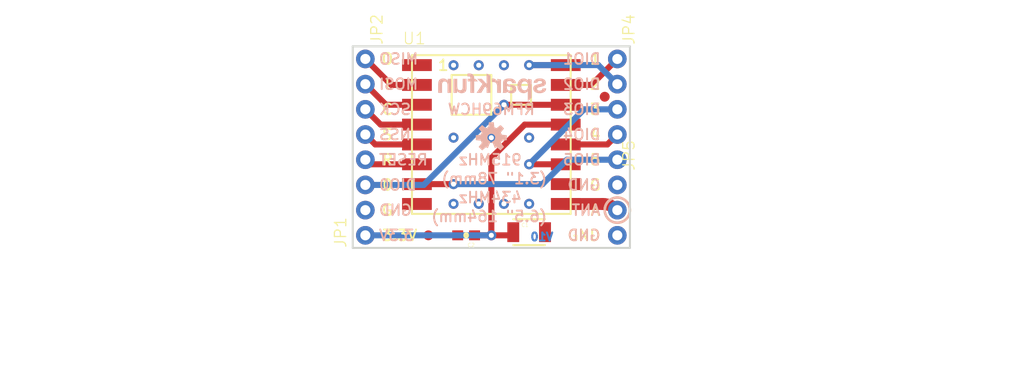
<source format=kicad_pcb>
(kicad_pcb (version 20211014) (generator pcbnew)
  (layers (0 "F.Cu" signal) (31 "B.Cu" signal) (34 "B.Paste" user) (35 "F.Paste" user) (36 "B.SilkS" user "B.Silkscreen") (37 "F.SilkS" user "F.Silkscreen") (38 "B.Mask" user) (39 "F.Mask" user) (44 "Edge.Cuts" user))
  (net 0 "")
  (net 1 "GND")
  (net 2 "3.3V")
  (net 3 "DIO0")
  (net 4 "DIO1")
  (net 5 "DIO2")
  (net 6 "DIO3")
  (net 7 "MISO")
  (net 8 "MOSI")
  (net 9 "SCK")
  (net 10 "NSS")
  (net 11 "RESET")
  (net 12 "ANT")
  (net 13 "DIO5")
  (net 14 "DIO4")
  (footprint "boardEagle:RFM69HCW-XXXS2" (layer "F.Cu") (at 148.5011 103.7336)
    (fp_text reference "U1" (at -9 -9) (layer "F.SilkS") (effects (font (size 1.1684 1.1684) (thickness 0.1016)) (justify left bottom)))
    (fp_text value "RFM69HCW")
    (fp_text user "1" (at -5.485 -6.35) (layer "F.SilkS") (effects (font (size 1.0795 1.0795) (thickness 0.1905)) (justify left bottom)))
    (fp_line (start -8 -8) (end 8 -8) (layer "F.SilkS") (width 0.2032))
    (fp_line (start 0 -6) (end -4 -6) (layer "F.SilkS") (width 0.2032))
    (fp_line (start 0 -2) (end 0 -6) (layer "F.SilkS") (width 0.2032))
    (fp_line (start 4 -3) (end 2 -3) (layer "F.SilkS") (width 0.2032))
    (fp_line (start 8 -8) (end 8 8) (layer "F.SilkS") (width 0.2032))
    (fp_line (start 4 -3) (end 4 -5) (layer "F.SilkS") (width 0.2032))
    (fp_line (start -4 -6) (end -4 -2) (layer "F.SilkS") (width 0.2032))
    (fp_line (start 4 -5) (end 2 -5) (layer "F.SilkS") (width 0.2032))
    (fp_line (start 2 -3) (end 2 -5) (layer "F.SilkS") (width 0.2032))
    (fp_line (start 8 8) (end -8 8) (layer "F.SilkS") (width 0.2032))
    (fp_line (start -8 8) (end -8 -8) (layer "F.SilkS") (width 0.2032))
    (fp_line (start -4 -2) (end 0 -2) (layer "F.SilkS") (width 0.2032))
    (pad "1" smd rect (at -7.5 -7) (size 3 1.2) (layers "F.Cu" "F.Paste" "F.Mask") (net 1 "GND"))
    (pad "2" smd rect (at -7.5 -5) (size 3 1.2) (layers "F.Cu" "F.Paste" "F.Mask") (net 7 "MISO"))
    (pad "3" smd rect (at -7.5 -3) (size 3 1.2) (layers "F.Cu" "F.Paste" "F.Mask") (net 8 "MOSI"))
    (pad "4" smd rect (at -7.5 -1) (size 3 1.2) (layers "F.Cu" "F.Paste" "F.Mask") (net 9 "SCK"))
    (pad "5" smd rect (at -7.5 1) (size 3 1.2) (layers "F.Cu" "F.Paste" "F.Mask") (net 10 "NSS"))
    (pad "6" smd rect (at -7.5 3) (size 3 1.2) (layers "F.Cu" "F.Paste" "F.Mask") (net 11 "RESET"))
    (pad "7" smd rect (at -7.5 5) (size 3 1.2) (layers "F.Cu" "F.Paste" "F.Mask") (net 13 "DIO5"))
    (pad "8" smd rect (at -7.5 7) (size 3 1.2) (layers "F.Cu" "F.Paste" "F.Mask") (net 1 "GND"))
    (pad "9" smd rect (at 7.5 7) (size 3 1.2) (layers "F.Cu" "F.Paste" "F.Mask") (net 12 "ANT"))
    (pad "10" smd rect (at 7.5 5) (size 3 1.2) (layers "F.Cu" "F.Paste" "F.Mask") (net 1 "GND"))
    (pad "11" smd rect (at 7.5 3) (size 3 1.2) (layers "F.Cu" "F.Paste" "F.Mask") (net 6 "DIO3"))
    (pad "12" smd rect (at 7.5 1) (size 3 1.2) (layers "F.Cu" "F.Paste" "F.Mask") (net 14 "DIO4"))
    (pad "13" smd rect (at 7.5 -1) (size 3 1.2) (layers "F.Cu" "F.Paste" "F.Mask") (net 2 "3.3V"))
    (pad "14" smd rect (at 7.5 -3) (size 3 1.2) (layers "F.Cu" "F.Paste" "F.Mask") (net 3 "DIO0"))
    (pad "15" smd rect (at 7.5 -5) (size 3 1.2) (layers "F.Cu" "F.Paste" "F.Mask") (net 4 "DIO1"))
    (pad "16" smd rect (at 7.5 -7) (size 3 1.2) (layers "F.Cu" "F.Paste" "F.Mask") (net 5 "DIO2"))
  )
  (footprint "boardEagle:1210" (layer "F.Cu") (at 152.3111 113.5761)
    (fp_text reference "C1" (at -0.8 -0.5) (layer "F.SilkS") (effects (font (size 0.373888 0.373888) (thickness 0.032512)) (justify left bottom)))
    (fp_text value "10uF")
    (fp_line (start -1.6 -1.3) (end 1.6 -1.3) (layer "F.SilkS") (width 0.2032))
    (fp_line (start -1.6 1.3) (end 1.6 1.3) (layer "F.SilkS") (width 0.2032))
    (pad "1" smd rect (at -1.6 0) (size 1.2 2) (layers "F.Cu" "F.Paste" "F.Mask") (net 2 "3.3V"))
    (pad "2" smd rect (at 1.6 0) (size 1.2 2) (layers "F.Cu" "F.Paste" "F.Mask") (net 1 "GND"))
  )
  (footprint "boardEagle:1X01NS" (layer "F.Cu") (at 135.8011 108.8136)
    (fp_text reference "JP3" hide)
    (fp_text value "" hide)
    (pad "1" thru_hole circle (at 0 0 90) (size 1.8796 1.8796) (drill 1.016) (layers *.Cu *.Mask) (net 3 "DIO0"))
  )
  (footprint "boardEagle:1X03_ROUND_ONLY_NO_SILK" (layer "F.Cu") (at 161.2011 108.8136 -90)
    (fp_text reference "JP5" (at -1.3462 -1.8288 -90) (layer "F.SilkS") (effects (font (size 1.143 1.143) (thickness 0.127)) (justify left bottom)))
    (fp_text value "ANTENNA")
    (pad "1" thru_hole circle (at 0 0) (size 1.8796 1.8796) (drill 1.016) (layers *.Cu *.Mask) (net 1 "GND"))
    (pad "2" thru_hole circle (at 2.54 0) (size 1.8796 1.8796) (drill 1.016) (layers *.Cu *.Mask) (net 12 "ANT"))
    (pad "3" thru_hole circle (at 5.08 0) (size 1.8796 1.8796) (drill 1.016) (layers *.Cu *.Mask) (net 1 "GND"))
  )
  (footprint "boardEagle:1X05_ROUNDONLY_NOSILK" (layer "F.Cu") (at 135.8011 96.1136 -90)
    (fp_text reference "JP2" (at -1.3462 -1.8288 -90) (layer "F.SilkS") (effects (font (size 1.143 1.143) (thickness 0.127)) (justify left bottom)))
    (fp_text value "")
    (pad "1" thru_hole circle (at 0 0) (size 1.8796 1.8796) (drill 1.016) (layers *.Cu *.Mask) (net 7 "MISO"))
    (pad "2" thru_hole circle (at 2.54 0) (size 1.8796 1.8796) (drill 1.016) (layers *.Cu *.Mask) (net 8 "MOSI"))
    (pad "3" thru_hole circle (at 5.08 0) (size 1.8796 1.8796) (drill 1.016) (layers *.Cu *.Mask) (net 9 "SCK"))
    (pad "4" thru_hole circle (at 7.62 0) (size 1.8796 1.8796) (drill 1.016) (layers *.Cu *.Mask) (net 10 "NSS"))
    (pad "5" thru_hole circle (at 10.16 0) (size 1.8796 1.8796) (drill 1.016) (layers *.Cu *.Mask) (net 11 "RESET"))
  )
  (footprint "boardEagle:1X02_NO_SILK" (layer "F.Cu") (at 135.8011 113.8936 90)
    (fp_text reference "JP1" (at -1.3462 -1.8288 90) (layer "F.SilkS") (effects (font (size 1.143 1.143) (thickness 0.127)) (justify left bottom)))
    (fp_text value "")
    (pad "1" thru_hole circle (at 0 0 180) (size 1.8796 1.8796) (drill 1.016) (layers *.Cu *.Mask) (net 2 "3.3V"))
    (pad "2" thru_hole circle (at 2.54 0 180) (size 1.8796 1.8796) (drill 1.016) (layers *.Cu *.Mask) (net 1 "GND"))
  )
  (footprint "boardEagle:CREATIVE_COMMONS" (layer "F.Cu") (at 119.2911 127.8636)
    (fp_text reference "FRAME1" hide)
    (fp_text value "FRAME-LETTER" hide)
  )
  (footprint "boardEagle:FIDUCIAL-1X2" (layer "F.Cu") (at 142.1511 113.8936)
    (fp_text reference "FID1" hide)
    (fp_text value "FIDUCIAL1X2" hide)
    (pad "1" smd roundrect (at 0 0) (size 1 1) (layers "F.Cu" "F.Mask") (roundrect_rratio 0.5))
  )
  (footprint "boardEagle:FIDUCIAL-1X2" (layer "F.Cu") (at 159.9311 99.9236)
    (fp_text reference "FID2" hide)
    (fp_text value "FIDUCIAL1X2" hide)
    (pad "1" smd roundrect (at 0 0) (size 1 1) (layers "F.Cu" "F.Mask") (roundrect_rratio 0.5))
  )
  (footprint "boardEagle:1X05_ROUNDONLY_NOSILK" (layer "F.Cu") (at 161.2011 96.1136 -90)
    (fp_text reference "JP4" (at -1.3462 -1.8288 -90) (layer "F.SilkS") (effects (font (size 1.143 1.143) (thickness 0.127)) (justify left bottom)))
    (fp_text value "")
    (pad "1" thru_hole circle (at 0 0) (size 1.8796 1.8796) (drill 1.016) (layers *.Cu *.Mask) (net 4 "DIO1"))
    (pad "2" thru_hole circle (at 2.54 0) (size 1.8796 1.8796) (drill 1.016) (layers *.Cu *.Mask) (net 5 "DIO2"))
    (pad "3" thru_hole circle (at 5.08 0) (size 1.8796 1.8796) (drill 1.016) (layers *.Cu *.Mask) (net 6 "DIO3"))
    (pad "4" thru_hole circle (at 7.62 0) (size 1.8796 1.8796) (drill 1.016) (layers *.Cu *.Mask) (net 14 "DIO4"))
    (pad "5" thru_hole circle (at 10.16 0) (size 1.8796 1.8796) (drill 1.016) (layers *.Cu *.Mask) (net 13 "DIO5"))
  )
  (footprint "boardEagle:0603-CAP" (layer "F.Cu") (at 145.9611 113.8936 180)
    (fp_text reference "C2" (at -0.889 -0.762 180) (layer "F.SilkS") (effects (font (size 0.373888 0.373888) (thickness 0.032512)) (justify right top)))
    (fp_text value "0.1uF")
    (fp_line (start 0 -0.0305) (end 0 0.0305) (layer "F.SilkS") (width 0.5588))
    (pad "1" smd rect (at -0.85 0 180) (size 1.1 1) (layers "F.Cu" "F.Paste" "F.Mask") (net 2 "3.3V"))
    (pad "2" smd rect (at 0.85 0 180) (size 1.1 1) (layers "F.Cu" "F.Paste" "F.Mask") (net 1 "GND"))
  )
  (footprint "boardEagle:OSHW-LOGO-S" (layer "B.Cu") (at 148.5011 104.0511 180)
    (fp_text reference "LOGO2" hide)
    (fp_text value "OSHW-LOGOS" hide)
    (fp_poly (pts (xy 0.301647 1.061351) (xy 0.42347 1.022344) (xy 0.537177 0.963769) (xy 0.92862 1.282946) (xy 1.282946 0.92862) (xy 0.961035 0.533823) (xy 1.057046 0.302084) (xy 1.5638 0.250561) (xy 1.5638 -0.250561) (xy 1.057046 -0.302084) (xy 0.961035 -0.533823) (xy 1.282946 -0.92862) (xy 0.92862 -1.282946) (xy 0.537177 -0.96377) (xy 0.356601 -1.056794) (xy 0.088679 -0.410073) (xy 0.326262 -0.2176) (xy 0.373649 -0.121468) (xy 0.392729 -0.010339) (xy 0.379464 0.101634) (xy 0.334947 0.205229) (xy 0.262842 0.291918) (xy 0.169087 0.354561) (xy 0.061406 0.387999) (xy -0.051342 0.38948) (xy -0.159868 0.358881) (xy -0.255234 0.298724) (xy -0.329589 0.213962) (xy -0.376813 0.111569) (xy -0.392176 0.005767) (xy -0.322923 -0.222565) (xy -0.249312 -0.303773) (xy 0.091677 -0.5081) (xy -0.12929 -0.5081) (xy -0.355332 -1.053732) (xy -0.506597 -0.983577) (xy -0.538922 -0.965192) (xy -0.92862 -1.282946) (xy -1.282946 -0.92862) (xy -0.961035 -0.533823) (xy -1.057046 -0.302084) (xy -1.5638 -0.250561) (xy -1.5638 0.250561) (xy -1.057046 0.302084) (xy -0.961035 0.533823) (xy -1.282946 0.92862) (xy -0.92862 1.282946) (xy -0.533823 0.961035) (xy -0.302084 1.057046) (xy -0.250561 1.5638) (xy 0.250561 1.5638)) (layer "B.SilkS") (width 0) (fill solid))
  )
  (footprint "boardEagle:SFE_LOGO_NAME_.1" (layer "B.Cu") (at 154.5336 100.8761 180)
    (fp_text reference "LOGO1" hide)
    (fp_text value "SFE_LOGO_NAME.1_INCH" hide)
    (fp_poly (pts (xy 8.92 1.88) (xy 8.93 1.81) (xy 8.95 1.75) (xy 8.97 1.7) (xy 9.01 1.66) (xy 9.05 1.63) (xy 9.1 1.62) (xy 9.17 1.61) (xy 9.24 1.62) (xy 9.3 1.63) (xy 9.35 1.66) (xy 9.4 1.71) (xy 9.43 1.76) (xy 9.45 1.83) (xy 9.46 1.92) (xy 9.47 2.02) (xy 9.47 2.76) (xy 9.85 2.76) (xy 9.85 1.34) (xy 9.48 1.34) (xy 9.48 1.54) (xy 9.44 1.48) (xy 9.39 1.44) (xy 9.34 1.39) (xy 9.29 1.36) (xy 9.17 1.32) (xy 9.11 1.31) (xy 9.04 1.3) (xy 8.9 1.32) (xy 8.79 1.35) (xy 8.7 1.4) (xy 8.63 1.46) (xy 8.58 1.55) (xy 8.55 1.65) (xy 8.53 1.76) (xy 8.53 2.76) (xy 8.92 2.76)) (layer "B.SilkS") (width 0) (fill solid))
    (fp_poly (pts (xy 2.92 2.78) (xy 3.05 2.73) (xy 3.16 2.66) (xy 3.25 2.57) (xy 3.32 2.45) (xy 3.37 2.32) (xy 3.4 2.18) (xy 3.4 2.04) (xy 3.02 2.05) (xy 3 2.21) (xy 2.97 2.29) (xy 2.94 2.36) (xy 2.89 2.42) (xy 2.83 2.46) (xy 2.76 2.49) (xy 2.68 2.5) (xy 2.59 2.49) (xy 2.52 2.46) (xy 2.46 2.42) (xy 2.41 2.36) (xy 2.38 2.29) (xy 2.34 2.13) (xy 2.34 1.96) (xy 2.38 1.8) (xy 2.46 1.68) (xy 2.52 1.64) (xy 2.59 1.61) (xy 2.68 1.6) (xy 2.77 1.61) (xy 2.84 1.64) (xy 2.9 1.68) (xy 2.98 1.8) (xy 3.32 1.64) (xy 3.25 1.53) (xy 3.16 1.44) (xy 3.06 1.37) (xy 2.93 1.32) (xy 2.78 1.31) (xy 2.72 1.31) (xy 2.66 1.32) (xy 2.54 1.36) (xy 2.49 1.39) (xy 2.44 1.43) (xy 2.4 1.47) (xy 2.36 1.52) (xy 2.36 0.5) (xy 2.31 0.54) (xy 2.26 0.59) (xy 2.16 0.67) (xy 2.07 0.76) (xy 2.02 0.8) (xy 1.97 0.85) (xy 1.97 2.69) (xy 2.02 2.7) (xy 2.06 2.71) (xy 2.11 2.72) (xy 2.15 2.72) (xy 2.25 2.74) (xy 2.29 2.75) (xy 2.34 2.76) (xy 2.34 2.58) (xy 2.42 2.68) (xy 2.52 2.74) (xy 2.58 2.77) (xy 2.76 2.8)) (layer "B.SilkS") (width 0) (fill solid))
    (fp_poly (pts (xy 3.4 2.04) (xy 3.39 1.9) (xy 3.37 1.76) (xy 3.32 1.64) (xy 2.98 1.8) (xy 3 1.88) (xy 3.01 1.96) (xy 3.02 2.05)) (layer "B.SilkS") (width 0) (fill solid))
    (fp_poly (pts (xy 8.34 3.29) (xy 8.44 3.29) (xy 8.44 3) (xy 8.26 3) (xy 8.2 2.98) (xy 8.18 2.97) (xy 8.17 2.94) (xy 8.16 2.92) (xy 8.15 2.88) (xy 8.15 2.76) (xy 8.42 2.76) (xy 8.42 2.5) (xy 8.15 2.5) (xy 8.15 1.34) (xy 7.76 1.34) (xy 7.76 2.5) (xy 7.38 2.5) (xy 7.44 2.56) (xy 7.48 2.59) (xy 7.51 2.63) (xy 7.57 2.69) (xy 7.61 2.72) (xy 7.64 2.76) (xy 7.76 2.76) (xy 7.76 2.87) (xy 7.77 2.96) (xy 7.79 3.04) (xy 7.83 3.11) (xy 7.88 3.17) (xy 7.94 3.23) (xy 8.02 3.26) (xy 8.12 3.29) (xy 8.23 3.3) (xy 8.31 3.3)) (layer "B.SilkS") (width 0) (fill solid))
    (fp_poly (pts (xy 11.01 2.78) (xy 11.13 2.75) (xy 11.22 2.7) (xy 11.28 2.64) (xy 11.33 2.55) (xy 11.37 2.45) (xy 11.38 2.34) (xy 11.39 2.21) (xy 11.39 1.34) (xy 11 1.34) (xy 11 2.22) (xy 10.99 2.29) (xy 10.97 2.35) (xy 10.94 2.4) (xy 10.91 2.44) (xy 10.87 2.47) (xy 10.75 2.49) (xy 10.61 2.47) (xy 10.56 2.44) (xy 10.52 2.39) (xy 10.49 2.34) (xy 10.47 2.27) (xy 10.45 2.18) (xy 10.45 1.34) (xy 10.06 1.34) (xy 10.06 2.58) (xy 10.07 2.76) (xy 10.43 2.76) (xy 10.43 2.56) (xy 10.44 2.56) (xy 10.48 2.62) (xy 10.52 2.67) (xy 10.58 2.71) (xy 10.63 2.74) (xy 10.75 2.78) (xy 10.87 2.8)) (layer "B.SilkS") (width 0) (fill solid))
    (fp_poly (pts (xy 4.39 2.78) (xy 4.44 2.78) (xy 4.49 2.77) (xy 4.55 2.75) (xy 4.59 2.74) (xy 4.64 2.72) (xy 4.68 2.7) (xy 4.72 2.67) (xy 4.79 2.6) (xy 4.81 2.55) (xy 4.83 2.51) (xy 4.85 2.39) (xy 4.85 1.49) (xy 4.86 1.47) (xy 4.86 1.43) (xy 4.87 1.41) (xy 4.87 1.4) (xy 4.88 1.38) (xy 4.88 1.37) (xy 4.89 1.35) (xy 4.89 1.34) (xy 4.5 1.34) (xy 4.5 1.36) (xy 4.49 1.37) (xy 4.49 1.38) (xy 4.48 1.39) (xy 4.48 1.45) (xy 4.47 1.46) (xy 4.47 1.48) (xy 4.45 1.46) (xy 4.43 1.43) (xy 4.4 1.41) (xy 4.37 1.4) (xy 4.34 1.38) (xy 4.32 1.37) (xy 4.29 1.35) (xy 4.26 1.34) (xy 4.22 1.33) (xy 4.19 1.32) (xy 4.16 1.32) (xy 4.13 1.31) (xy 4.06 1.31) (xy 4.03 1.3) (xy 3.95 1.3) (xy 3.9 1.31) (xy 3.85 1.31) (xy 3.81 1.33) (xy 3.77 1.34) (xy 3.69 1.38) (xy 3.66 1.4) (xy 3.6 1.46) (xy 3.57 1.5) (xy 3.55 1.54) (xy 3.53 1.62) (xy 3.52 1.67) (xy 3.52 1.72) (xy 3.53 1.83) (xy 3.56 1.92) (xy 3.61 1.99) (xy 3.67 2.05) (xy 3.74 2.09) (xy 3.82 2.12) (xy 3.91 2.14) (xy 3.99 2.15) (xy 4.07 1.94) (xy 3.97 1.89) (xy 3.93 1.85) (xy 3.91 1.81) (xy 3.91 1.77) (xy 3.9 1.74) (xy 3.91 1.72) (xy 3.91 1.7) (xy 3.92 1.67) (xy 3.92 1.66) (xy 3.93 1.64) (xy 3.96 1.61) (xy 3.98 1.6) (xy 3.99 1.59) (xy 4.01 1.58) (xy 4.03 1.58) (xy 4.05 1.57) (xy 4.2 1.57) (xy 4.32 1.6) (xy 4.35 1.62) (xy 4.4 1.67) (xy 4.41 1.7) (xy 4.43 1.72) (xy 4.44 1.75) (xy 4.44 1.78) (xy 4.45 1.8) (xy 4.45 1.83) (xy 4.46 1.85) (xy 4.46 2.04) (xy 4.44 2.03) (xy 4.43 2.02) (xy 4.41 2.01) (xy 4.4 2) (xy 4.38 2) (xy 4.34 1.98) (xy 4.29 1.98) (xy 4.25 2.19) (xy 4.32 2.2) (xy 4.38 2.22) (xy 4.42 2.25) (xy 4.45 2.29) (xy 4.46 2.34) (xy 4.46 2.37) (xy 4.45 2.4) (xy 4.45 2.42) (xy 4.43 2.46) (xy 4.4 2.49) (xy 4.34 2.52) (xy 4.32 2.52) (xy 4.3 2.53) (xy 4.23 2.53) (xy 4.21 2.54) (xy 4.18 2.53) (xy 4.13 2.53) (xy 4.1 2.52) (xy 4.08 2.52) (xy 4.04 2.5) (xy 3.98 2.44) (xy 3.96 2.4) (xy 3.96 2.37) (xy 3.95 2.35) (xy 3.95 2.32) (xy 3.56 2.32) (xy 3.57 2.39) (xy 3.58 2.44) (xy 3.6 2.5) (xy 3.63 2.55) (xy 3.66 2.59) (xy 3.7 2.63) (xy 3.78 2.69) (xy 3.83 2.72) (xy 3.93 2.76) (xy 4.11 2.79) (xy 4.33 2.79)) (layer "B.SilkS") (width 0) (fill solid))
    (fp_poly (pts (xy 5.97 2.78) (xy 5.97 2.42) (xy 5.96 2.42) (xy 5.94 2.43) (xy 5.83 2.43) (xy 5.73 2.42) (xy 5.65 2.4) (xy 5.59 2.36) (xy 5.53 2.3) (xy 5.47 2.16) (xy 5.45 2.07) (xy 5.45 1.34) (xy 5.06 1.34) (xy 5.06 2.69) (xy 5.16 2.71) (xy 5.2 2.72) (xy 5.25 2.72) (xy 5.3 2.73) (xy 5.34 2.74) (xy 5.39 2.75) (xy 5.43 2.76) (xy 5.43 2.49) (xy 5.44 2.49) (xy 5.47 2.56) (xy 5.51 2.62) (xy 5.56 2.67) (xy 5.68 2.75) (xy 5.82 2.79) (xy 5.96 2.79)) (layer "B.SilkS") (width 0) (fill solid))
    (fp_poly (pts (xy 1.37 2.78) (xy 1.47 2.75) (xy 1.56 2.7) (xy 1.64 2.64) (xy 1.71 2.56) (xy 1.75 2.46) (xy 1.77 2.35) (xy 1.4 2.35) (xy 1.39 2.4) (xy 1.38 2.44) (xy 1.32 2.5) (xy 1.28 2.52) (xy 1.24 2.53) (xy 1.19 2.54) (xy 1.1 2.54) (xy 1.07 2.53) (xy 1.03 2.53) (xy 1 2.52) (xy 0.94 2.48) (xy 0.93 2.45) (xy 0.92 2.41) (xy 0.93 2.36) (xy 0.96 2.32) (xy 1 2.29) (xy 1.06 2.27) (xy 1.2 2.23) (xy 1.28 2.22) (xy 1.36 2.2) (xy 1.45 2.18) (xy 1.53 2.15) (xy 1.6 2.12) (xy 1.67 2.08) (xy 1.73 2.03) (xy 1.77 1.97) (xy 1.8 1.89) (xy 1.81 1.8) (xy 1.8 1.67) (xy 1.75 1.57) (xy 1.69 1.48) (xy 1.61 1.42) (xy 1.51 1.37) (xy 1.4 1.33) (xy 1.28 1.31) (xy 1.04 1.31) (xy 0.92 1.33) (xy 0.81 1.37) (xy 0.71 1.42) (xy 0.63 1.48) (xy 0.56 1.57) (xy 0.52 1.68) (xy 0.5 1.8) (xy 0.87 1.8) (xy 0.88 1.74) (xy 0.9 1.7) (xy 0.92 1.65) (xy 0.96 1.62) (xy 1.06 1.58) (xy 1.11 1.57) (xy 1.17 1.56) (xy 1.21 1.57) (xy 1.25 1.57) (xy 1.3 1.59) (xy 1.34 1.6) (xy 1.4 1.66) (xy 1.42 1.7) (xy 1.42 1.75) (xy 1.41 1.79) (xy 1.39 1.82) (xy 1.36 1.85) (xy 1.31 1.88) (xy 1.17 1.92) (xy 1.08 1.94) (xy 0.98 1.96) (xy 0.9 1.99) (xy 0.82 2.01) (xy 0.74 2.04) (xy 0.67 2.08) (xy 0.57 2.18) (xy 0.54 2.26) (xy 0.53 2.34) (xy 0.55 2.47) (xy 0.59 2.57) (xy 0.65 2.64) (xy 0.73 2.7) (xy 0.82 2.75) (xy 0.92 2.78) (xy 1.03 2.79) (xy 1.15 2.8)) (layer "B.SilkS") (width 0) (fill solid))
    (fp_poly (pts (xy 6.51 2.25) (xy 7 2.76) (xy 7.46 2.76) (xy 6.93 2.24) (xy 7.52 1.34) (xy 7.05 1.34) (xy 6.66 1.98) (xy 6.51 1.83) (xy 6.51 1.34) (xy 6.13 1.34) (xy 6.13 3.08) (xy 6.51 3.3)) (layer "B.SilkS") (width 0) (fill solid))
    (fp_poly (pts (xy 4.29 1.98) (xy 4.27 1.97) (xy 4.23 1.97) (xy 4.2 1.96) (xy 4.16 1.96) (xy 4.13 1.95) (xy 4.11 1.95) (xy 4.09 1.94) (xy 4.07 1.94) (xy 3.99 2.15) (xy 4.08 2.17) (xy 4.17 2.18) (xy 4.25 2.19)) (layer "B.SilkS") (width 0) (fill solid))
  )
  (gr_circle (center 161.2011 111.3536) (end 162.4711 111.3536) (layer "B.SilkS") (width 0.254) (fill none))
  (gr_circle (center 161.2011 111.3536) (end 162.4711 111.3536) (layer "F.SilkS") (width 0.254) (fill none))
  (gr_line (start 162.4711 94.8436) (end 134.5311 94.8436) (layer "Edge.Cuts") (width 0.2032))
  (gr_line (start 134.5311 115.1636) (end 162.4711 115.1636) (layer "Edge.Cuts") (width 0.2032))
  (gr_line (start 134.5311 94.8436) (end 134.5311 115.1636) (layer "Edge.Cuts") (width 0.2032))
  (gr_line (start 162.4711 115.1636) (end 162.4711 94.8436) (layer "Edge.Cuts") (width 0.2032))
  (gr_text "V10" (at 154.8511 114.5286) (layer "B.Cu") (effects (font (size 0.8128 0.8128) (thickness 0.2032)) (justify left bottom mirror)))
  (gr_text "NSS" (at 137.0711 104.3686) (layer "B.SilkS") (effects (font (size 1.0795 1.0795) (thickness 0.1905)) (justify right bottom mirror)))
  (gr_text "GND" (at 159.6136 114.5286) (layer "B.SilkS") (effects (font (size 1.0795 1.0795) (thickness 0.1905)) (justify left bottom mirror)))
  (gr_text "DIO0" (at 137.0711 109.4486) (layer "B.SilkS") (effects (font (size 1.0795 1.0795) (thickness 0.1905)) (justify right bottom mirror)))
  (gr_text "GND" (at 159.6136 109.4486) (layer "B.SilkS") (effects (font (size 1.0795 1.0795) (thickness 0.1905)) (justify left bottom mirror)))
  (gr_text "DIO1" (at 159.6136 96.7486) (layer "B.SilkS") (effects (font (size 1.0795 1.0795) (thickness 0.1905)) (justify left bottom mirror)))
  (gr_text "3.3V" (at 137.0711 114.5286) (layer "B.SilkS") (effects (font (size 1.0795 1.0795) (thickness 0.1905)) (justify right bottom mirror)))
  (gr_text "RFM69HCW" (at 148.5011 101.8286) (layer "B.SilkS") (effects (font (size 1.0795 1.0795) (thickness 0.1905)) (justify bottom mirror)))
  (gr_text "DIO2" (at 159.6136 99.2886) (layer "B.SilkS") (effects (font (size 1.0795 1.0795) (thickness 0.1905)) (justify left bottom mirror)))
  (gr_text "MOSI" (at 137.0711 99.2886) (layer "B.SilkS") (effects (font (size 1.0795 1.0795) (thickness 0.1905)) (justify right bottom mirror)))
  (gr_text "(6.5\" 164mm)" (at 154.2161 112.6236) (layer "B.SilkS") (effects (font (size 1.0795 1.0795) (thickness 0.1905)) (justify left bottom mirror)))
  (gr_text "DIO5" (at 159.6136 106.9086) (layer "B.SilkS") (effects (font (size 1.0795 1.0795) (thickness 0.1905)) (justify left bottom mirror)))
  (gr_text "SCK" (at 137.0711 101.8286) (layer "B.SilkS") (effects (font (size 1.0795 1.0795) (thickness 0.1905)) (justify right bottom mirror)))
  (gr_text "GND" (at 137.0711 111.9886) (layer "B.SilkS") (effects (font (size 1.0795 1.0795) (thickness 0.1905)) (justify right bottom mirror)))
  (gr_text "DIO3" (at 159.6136 101.8286) (layer "B.SilkS") (effects (font (size 1.0795 1.0795) (thickness 0.1905)) (justify left bottom mirror)))
  (gr_text "RESET" (at 137.0711 106.9086) (layer "B.SilkS") (effects (font (size 1.0795 1.0795) (thickness 0.1905)) (justify right bottom mirror)))
  (gr_text "(3.1\" 78mm)" (at 154.2161 108.8136) (layer "B.SilkS") (effects (font (size 1.0795 1.0795) (thickness 0.1905)) (justify left bottom mirror)))
  (gr_text "ANT" (at 159.6136 111.9886) (layer "B.SilkS") (effects (font (size 1.0795 1.0795) (thickness 0.1905)) (justify left bottom mirror)))
  (gr_text "434MHz" (at 151.6761 110.7186) (layer "B.SilkS") (effects (font (size 1.0795 1.0795) (thickness 0.1905)) (justify left bottom mirror)))
  (gr_text "DIO4" (at 159.6136 104.3686) (layer "B.SilkS") (effects (font (size 1.0795 1.0795) (thickness 0.1905)) (justify left bottom mirror)))
  (gr_text "915MHz" (at 151.6761 106.9086) (layer "B.SilkS") (effects (font (size 1.0795 1.0795) (thickness 0.1905)) (justify left bottom mirror)))
  (gr_text "MISO" (at 137.0711 96.7486) (layer "B.SilkS") (effects (font (size 1.0795 1.0795) (thickness 0.1905)) (justify right bottom mirror)))
  (gr_text "5" (at 158.9786 106.9086) (layer "F.SilkS") (effects (font (size 1.0795 1.0795) (thickness 0.1905)) (justify bottom)))
  (gr_text "O" (at 138.0236 96.7486) (layer "F.SilkS") (effects (font (size 1.0795 1.0795) (thickness 0.1905)) (justify bottom)))
  (gr_text "I" (at 138.0236 99.2886) (layer "F.SilkS") (effects (font (size 1.0795 1.0795) (thickness 0.1905)) (justify bottom)))
  (gr_text "GND" (at 159.6136 114.5286) (layer "F.SilkS") (effects (font (size 1.0795 1.0795) (thickness 0.1905)) (justify right bottom)))
  (gr_text "3.3V" (at 137.3886 114.5286) (layer "F.SilkS") (effects (font (size 1.0795 1.0795) (thickness 0.1905)) (justify left bottom)))
  (gr_text "0" (at 138.0236 109.4486) (layer "F.SilkS") (effects (font (size 1.0795 1.0795) (thickness 0.1905)) (justify bottom)))
  (gr_text "3" (at 158.9786 101.8286) (layer "F.SilkS") (effects (font (size 1.0795 1.0795) (thickness 0.1905)) (justify bottom)))
  (gr_text "R" (at 138.0236 106.9086) (layer "F.SilkS") (effects (font (size 1.0795 1.0795) (thickness 0.1905)) (justify bottom)))
  (gr_text "A" (at 158.9786 111.9886) (layer "F.SilkS") (effects (font (size 1.0795 1.0795) (thickness 0.1905)) (justify bottom)))
  (gr_text "4" (at 158.9786 104.3686) (layer "F.SilkS") (effects (font (size 1.0795 1.0795) (thickness 0.1905)) (justify bottom)))
  (gr_text "G" (at 158.9786 109.4486) (layer "F.SilkS") (effects (font (size 1.0795 1.0795) (thickness 0.1905)) (justify bottom)))
  (gr_text "C" (at 138.0236 101.8286) (layer "F.SilkS") (effects (font (size 1.0795 1.0795) (thickness 0.1905)) (justify bottom)))
  (gr_text "G" (at 138.0236 111.9886) (layer "F.SilkS") (effects (font (size 1.0795 1.0795) (thickness 0.1905)) (justify bottom)))
  (gr_text "2" (at 158.9786 99.2886) (layer "F.SilkS") (effects (font (size 1.0795 1.0795) (thickness 0.1905)) (justify bottom)))
  (gr_text "S" (at 138.0236 104.3686) (layer "F.SilkS") (effects (font (size 1.0795 1.0795) (thickness 0.1905)) (justify bottom)))
  (gr_text "1" (at 158.9786 96.7486) (layer "F.SilkS") (effects (font (size 1.0795 1.0795) (thickness 0.1905)) (justify bottom)))
  (via (at 152.3111 104.0511) (size 1.016) (drill 0.508) (layers "F.Cu" "B.Cu") (net 1))
  (via (at 152.3111 110.7186) (size 1.016) (drill 0.508) (layers "F.Cu" "B.Cu") (net 1))
  (via (at 148.5011 104.0511) (size 1.016) (drill 0.508) (layers "F.Cu" "B.Cu") (net 1))
  (via (at 149.7711 96.7486) (size 1.016) (drill 0.508) (layers "F.Cu" "B.Cu") (net 1))
  (via (at 144.6911 110.7186) (size 1.016) (drill 0.508) (layers "F.Cu" "B.Cu") (net 1))
  (via (at 144.6911 104.0511) (size 1.016) (drill 0.508) (layers "F.Cu" "B.Cu") (net 1))
  (via (at 144.6911 96.7486) (size 1.016) (drill 0.508) (layers "F.Cu" "B.Cu") (net 1))
  (via (at 147.2311 96.7486) (size 1.016) (drill 0.508) (layers "F.Cu" "B.Cu") (net 1))
  (via (at 147.2311 110.7186) (size 1.016) (drill 0.508) (layers "F.Cu" "B.Cu") (net 1))
  (via (at 149.7711 110.7186) (size 1.016) (drill 0.508) (layers "F.Cu" "B.Cu") (net 1))
  (segment (start 148.5011 113.8936) (end 146.8111 113.8936) (width 0.6096) (layer "F.Cu") (net 2))
  (segment (start 151.865859 102.7336) (end 156.0011 102.7336) (width 0.6096) (layer "F.Cu") (net 2))
  (segment (start 148.5011 113.8936) (end 150.7111 113.8936) (width 0.6096) (layer "F.Cu") (net 2))
  (segment (start 151.865859 102.7336) (end 148.5011 106.09836) (width 0.6096) (layer "F.Cu") (net 2))
  (segment (start 148.5011 106.09836) (end 148.5011 113.8936) (width 0.6096) (layer "F.Cu") (net 2))
  (segment (start 150.7111 113.8936) (end 150.7111 113.5761) (width 0.6096) (layer "F.Cu") (net 2))
  (via (at 148.5011 113.8936) (size 1.016) (drill 0.508) (layers "F.Cu" "B.Cu") (net 2))
  (segment (start 135.8011 113.8936) (end 148.5011 113.8936) (width 0.6096) (layer "B.Cu") (net 2))
  (segment (start 156.0011 100.7336) (end 149.7711 100.7336) (width 0.6096) (layer "F.Cu") (net 3))
  (via (at 149.7711 100.7336) (size 1.016) (drill 0.508) (layers "F.Cu" "B.Cu") (net 3))
  (segment (start 149.7711 100.7336) (end 141.6911 108.8136) (width 0.6096) (layer "B.Cu") (net 3))
  (segment (start 141.6911 108.8136) (end 135.8011 108.8136) (width 0.6096) (layer "B.Cu") (net 3))
  (segment (start 158.5811 98.7336) (end 161.2011 96.1136) (width 0.6096) (layer "F.Cu") (net 4))
  (segment (start 156.0011 98.7336) (end 158.5811 98.7336) (width 0.6096) (layer "F.Cu") (net 4))
  (segment (start 156.0011 96.7336) (end 152.3111 96.7336) (width 0.6096) (layer "F.Cu") (net 5))
  (via (at 152.3111 96.7336) (size 1.016) (drill 0.508) (layers "F.Cu" "B.Cu") (net 5))
  (segment (start 161.2011 98.6536) (end 159.2811 96.7336) (width 0.6096) (layer "B.Cu") (net 5))
  (segment (start 159.2811 96.7336) (end 152.3111 96.7336) (width 0.6096) (layer "B.Cu") (net 5))
  (segment (start 156.0011 106.7336) (end 152.3111 106.7336) (width 0.6096) (layer "F.Cu") (net 6))
  (via (at 152.3111 106.7336) (size 1.016) (drill 0.508) (layers "F.Cu" "B.Cu") (net 6))
  (segment (start 161.2011 101.1936) (end 157.8511 101.1936) (width 0.6096) (layer "B.Cu") (net 6))
  (segment (start 157.8511 101.1936) (end 152.3111 106.7336) (width 0.6096) (layer "B.Cu") (net 6))
  (segment (start 138.4211 98.7336) (end 135.8011 96.1136) (width 0.6096) (layer "F.Cu") (net 7))
  (segment (start 141.0011 98.7336) (end 138.4211 98.7336) (width 0.6096) (layer "F.Cu") (net 7))
  (segment (start 141.0011 100.7336) (end 137.8811 100.7336) (width 0.6096) (layer "F.Cu") (net 8))
  (segment (start 137.8811 100.7336) (end 135.8011 98.6536) (width 0.6096) (layer "F.Cu") (net 8))
  (segment (start 141.0011 102.7336) (end 137.3411 102.7336) (width 0.6096) (layer "F.Cu") (net 9))
  (segment (start 137.3411 102.7336) (end 135.8011 101.1936) (width 0.6096) (layer "F.Cu") (net 9))
  (segment (start 136.8011 104.7336) (end 135.8011 103.7336) (width 0.6096) (layer "F.Cu") (net 10))
  (segment (start 141.0011 104.7336) (end 136.8011 104.7336) (width 0.6096) (layer "F.Cu") (net 10))
  (segment (start 136.2611 106.7336) (end 135.8011 106.2736) (width 0.6096) (layer "F.Cu") (net 11))
  (segment (start 141.0011 106.7336) (end 136.2611 106.7336) (width 0.6096) (layer "F.Cu") (net 11))
  (segment (start 159.704286 110.7336) (end 159.980586 110.75171) (width 1.1938) (layer "F.Cu") (net 12))
  (segment (start 159.980586 110.75171) (end 160.252158 110.805729) (width 1.1938) (layer "F.Cu") (net 12))
  (segment (start 156.0011 110.7336) (end 159.704287 110.7336) (width 1.1938) (layer "F.Cu") (net 12))
  (segment (start 159.704287 110.7336) (end 159.704286 110.7336) (width 1.1938) (layer "F.Cu") (net 12))
  (segment (start 160.992921 111.171033) (end 161.2011 111.3536) (width 1.1938) (layer "F.Cu") (net 12))
  (segment (start 160.252158 110.805729) (end 160.514356 110.894733) (width 1.1938) (layer "F.Cu") (net 12))
  (segment (start 160.514356 110.894733) (end 160.762693 111.017199) (width 1.1938) (layer "F.Cu") (net 12))
  (segment (start 160.762693 111.017199) (end 160.992921 111.171033) (width 1.1938) (layer "F.Cu") (net 12))
  (segment (start 141.0011 108.7336) (end 144.6911 108.7336) (width 0.6096) (layer "F.Cu") (net 13))
  (via (at 144.6911 108.7336) (size 1.016) (drill 0.508) (layers "F.Cu" "B.Cu") (net 13))
  (segment (start 144.6911 108.7336) (end 153.6611 108.7336) (width 0.6096) (layer "B.Cu") (net 13))
  (segment (start 161.2011 106.2736) (end 156.1211 106.2736) (width 0.6096) (layer "B.Cu") (net 13))
  (segment (start 153.6611 108.7336) (end 156.1211 106.2736) (width 0.6096) (layer "B.Cu") (net 13))
  (segment (start 156.0011 104.7336) (end 160.2011 104.7336) (width 0.6096) (layer "F.Cu") (net 14))
  (segment (start 160.2011 104.7336) (end 161.2011 103.7336) (width 0.6096) (layer "F.Cu") (net 14))
)
</source>
